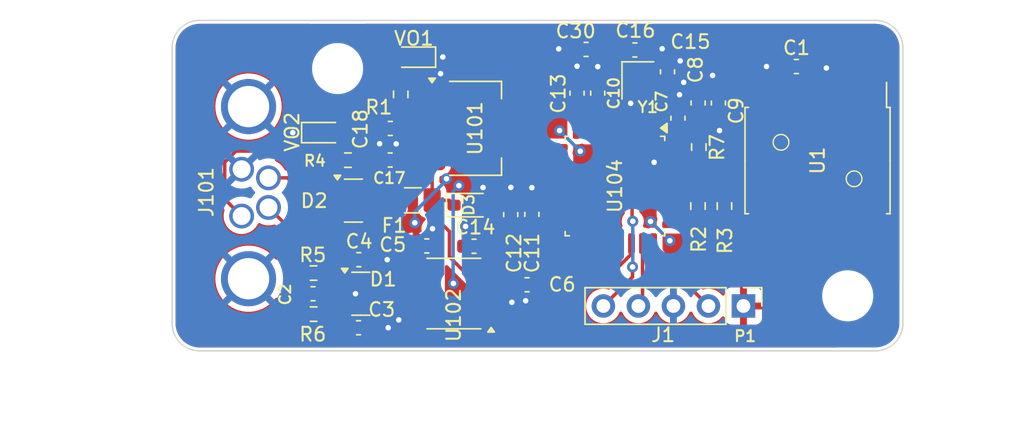
<source format=kicad_pcb>
(kicad_pcb
	(version 20240108)
	(generator "pcbnew")
	(generator_version "8.0")
	(general
		(thickness 1.6)
		(legacy_teardrops no)
	)
	(paper "A4")
	(layers
		(0 "F.Cu" signal)
		(31 "B.Cu" signal)
		(32 "B.Adhes" user "B.Adhesive")
		(33 "F.Adhes" user "F.Adhesive")
		(34 "B.Paste" user)
		(35 "F.Paste" user)
		(36 "B.SilkS" user "B.Silkscreen")
		(37 "F.SilkS" user "F.Silkscreen")
		(38 "B.Mask" user)
		(39 "F.Mask" user)
		(40 "Dwgs.User" user "User.Drawings")
		(41 "Cmts.User" user "User.Comments")
		(42 "Eco1.User" user "User.Eco1")
		(43 "Eco2.User" user "User.Eco2")
		(44 "Edge.Cuts" user)
		(45 "Margin" user)
		(46 "B.CrtYd" user "B.Courtyard")
		(47 "F.CrtYd" user "F.Courtyard")
		(48 "B.Fab" user)
		(49 "F.Fab" user)
		(50 "User.1" user)
		(51 "User.2" user)
		(52 "User.3" user)
		(53 "User.4" user)
		(54 "User.5" user)
		(55 "User.6" user)
		(56 "User.7" user)
		(57 "User.8" user)
		(58 "User.9" user)
	)
	(setup
		(stackup
			(layer "F.SilkS"
				(type "Top Silk Screen")
			)
			(layer "F.Paste"
				(type "Top Solder Paste")
			)
			(layer "F.Mask"
				(type "Top Solder Mask")
				(thickness 0.01)
			)
			(layer "F.Cu"
				(type "copper")
				(thickness 0.035)
			)
			(layer "dielectric 1"
				(type "core")
				(thickness 1.51)
				(material "FR4")
				(epsilon_r 4.5)
				(loss_tangent 0.02)
			)
			(layer "B.Cu"
				(type "copper")
				(thickness 0.035)
			)
			(layer "B.Mask"
				(type "Bottom Solder Mask")
				(thickness 0.01)
			)
			(layer "B.Paste"
				(type "Bottom Solder Paste")
			)
			(layer "B.SilkS"
				(type "Bottom Silk Screen")
			)
			(copper_finish "None")
			(dielectric_constraints no)
		)
		(pad_to_mask_clearance 0)
		(allow_soldermask_bridges_in_footprints no)
		(aux_axis_origin 100 80)
		(grid_origin 100 80)
		(pcbplotparams
			(layerselection 0x00010fc_ffffffff)
			(plot_on_all_layers_selection 0x0000000_00000000)
			(disableapertmacros no)
			(usegerberextensions no)
			(usegerberattributes yes)
			(usegerberadvancedattributes yes)
			(creategerberjobfile yes)
			(dashed_line_dash_ratio 12.000000)
			(dashed_line_gap_ratio 3.000000)
			(svgprecision 6)
			(plotframeref no)
			(viasonmask no)
			(mode 1)
			(useauxorigin no)
			(hpglpennumber 1)
			(hpglpenspeed 20)
			(hpglpendiameter 15.000000)
			(pdf_front_fp_property_popups yes)
			(pdf_back_fp_property_popups yes)
			(dxfpolygonmode yes)
			(dxfimperialunits yes)
			(dxfusepcbnewfont yes)
			(psnegative no)
			(psa4output no)
			(plotreference yes)
			(plotvalue yes)
			(plotfptext yes)
			(plotinvisibletext no)
			(sketchpadsonfab no)
			(subtractmaskfromsilk no)
			(outputformat 1)
			(mirror no)
			(drillshape 1)
			(scaleselection 1)
			(outputdirectory "")
		)
	)
	(net 0 "")
	(net 1 "+3V3")
	(net 2 "GND")
	(net 3 "Net-(C2-Pad2)")
	(net 4 "CAN_H")
	(net 5 "CAN_L")
	(net 6 "+5V")
	(net 7 "CAN_Rx")
	(net 8 "Net-(U104-PF0)")
	(net 9 "NRST")
	(net 10 "Net-(D2-K)")
	(net 11 "Net-(D2-A)")
	(net 12 "SWDIO")
	(net 13 "SWCLK")
	(net 14 "Net-(VO1-A)")
	(net 15 "Net-(U104-PF1)")
	(net 16 "I2C_SCL")
	(net 17 "I2C_SDA")
	(net 18 "unconnected-(U1-Pad9)")
	(net 19 "unconnected-(U1-Pad14)")
	(net 20 "unconnected-(U1-Pad2)")
	(net 21 "unconnected-(U1-Pad12)")
	(net 22 "unconnected-(U1-Pad8)")
	(net 23 "unconnected-(U1-Pad13)")
	(net 24 "unconnected-(U1-Pad6)")
	(net 25 "unconnected-(U1-Pad15)")
	(net 26 "unconnected-(U1-Pad16)")
	(net 27 "unconnected-(U1-Pad1)")
	(net 28 "unconnected-(U1-Pad7)")
	(net 29 "unconnected-(U1-Pad3)")
	(net 30 "CAN_Tx")
	(net 31 "unconnected-(U104-PA4-Pad10)")
	(net 32 "unconnected-(U104-PA2-Pad8)")
	(net 33 "unconnected-(U104-PA10-Pad20)")
	(net 34 "unconnected-(U104-PA7-Pad13)")
	(net 35 "Net-(U104-PB8)")
	(net 36 "unconnected-(U104-PA9-Pad19)")
	(net 37 "unconnected-(U104-PA6-Pad12)")
	(net 38 "unconnected-(U104-PA1-Pad7)")
	(net 39 "unconnected-(U104-PB0-Pad14)")
	(net 40 "unconnected-(U104-PA0-Pad6)")
	(net 41 "unconnected-(U104-PB5-Pad28)")
	(net 42 "unconnected-(U104-PA3-Pad9)")
	(net 43 "unconnected-(U104-PB4-Pad27)")
	(net 44 "unconnected-(U104-PA15-Pad25)")
	(net 45 "unconnected-(U104-PA5-Pad11)")
	(net 46 "unconnected-(U104-PB3-Pad26)")
	(net 47 "unconnected-(U104-PB1-Pad15)")
	(net 48 "unconnected-(U104-PA8-Pad18)")
	(net 49 "Net-(VO2-A)")
	(footprint "Crystal:Crystal_SMD_2016-4Pin_2.0x1.6mm" (layer "F.Cu") (at 133.7775 60.36 -90))
	(footprint "ASS_parts:SOT-23-BAT54FILM" (layer "F.Cu") (at 113.15 69.0875))
	(footprint "Resistor_SMD:R_0603_1608Metric" (layer "F.Cu") (at 138.14 69.48 90))
	(footprint "Capacitor_SMD:C_0603_1608Metric" (layer "F.Cu") (at 136.6875 63.1 90))
	(footprint "Capacitor_SMD:C_0603_1608Metric" (layer "F.Cu") (at 121.895 72.4 180))
	(footprint "Capacitor_SMD:C_0603_1608Metric" (layer "F.Cu") (at 139.62 62 90))
	(footprint "Capacitor_SMD:C_0603_1608Metric" (layer "F.Cu") (at 124.5575 70.105 90))
	(footprint "Capacitor_SMD:C_0603_1608Metric" (layer "F.Cu") (at 115.815 66.14 180))
	(footprint "Resistor_SMD:R_0603_1608Metric" (layer "F.Cu") (at 116.58 61.375 90))
	(footprint "LED_SMD:LED_0603_1608Metric_Pad1.05x0.95mm_HandSolder" (layer "F.Cu") (at 111.05 64.15))
	(footprint "Capacitor_SMD:C_0603_1608Metric" (layer "F.Cu") (at 125.7425 75.2))
	(footprint "Resistor_SMD:R_0603_1608Metric" (layer "F.Cu") (at 140.06 69.48 90))
	(footprint "Capacitor_SMD:C_0603_1608Metric" (layer "F.Cu") (at 113.5175 78.319052 180))
	(footprint "Capacitor_SMD:C_0603_1608Metric" (layer "F.Cu") (at 115.825 63.85 180))
	(footprint "Fuse:Fuse_1206_3216Metric" (layer "F.Cu") (at 117.46 69.0675))
	(footprint "Capacitor_SMD:C_0603_1608Metric" (layer "F.Cu") (at 129.3675 61.285 90))
	(footprint "Resistor_SMD:R_0603_1608Metric" (layer "F.Cu") (at 110.26 77.33 180))
	(footprint "MountingHole:MountingHole_3.2mm_M3_ISO7380" (layer "F.Cu") (at 112 59.5))
	(footprint "Capacitor_SMD:C_0603_1608Metric" (layer "F.Cu") (at 113.5375 73.379052))
	(footprint "Capacitor_SMD:C_0603_1608Metric" (layer "F.Cu") (at 130.02 58.11))
	(footprint "Capacitor_SMD:C_0603_1608Metric" (layer "F.Cu") (at 130.8675 61.285 90))
	(footprint "Diode_SMD:D_SOD-323" (layer "F.Cu") (at 121.5 69.42))
	(footprint "FaSTTUBe_connectors:M8_718_4pin_horizontal" (layer "F.Cu") (at 105.04 68.51 -90))
	(footprint "Package_SO:SOIC-8_3.9x4.9mm_P1.27mm" (layer "F.Cu") (at 120.4325 75.835948 180))
	(footprint "Capacitor_SMD:C_0603_1608Metric" (layer "F.Cu") (at 133.5625 58.15))
	(footprint "LED_SMD:LED_0603_1608Metric_Pad1.05x0.95mm_HandSolder" (layer "F.Cu") (at 117.45 58.67 180))
	(footprint "Resistor_SMD:R_0603_1608Metric" (layer "F.Cu") (at 110.2575 74.349052))
	(footprint "Capacitor_SMD:C_0603_1608Metric" (layer "F.Cu") (at 118.47 72.38))
	(footprint "Resistor_SMD:R_0603_1608Metric" (layer "F.Cu") (at 112.75 66.15 180))
	(footprint "ASS_parts:SOT-223_LDL1117S33R" (layer "F.Cu") (at 121.98 63.84))
	(footprint "ASS_parts:SM6000_SOIC-16" (layer "F.Cu") (at 146.81 66.18 -90))
	(footprint "Capacitor_SMD:C_0603_1608Metric" (layer "F.Cu") (at 135.9275 59.735 -90))
	(footprint "Capacitor_SMD:C_0603_1608Metric" (layer "F.Cu") (at 145.275 59.3525 180))
	(footprint "Package_TO_SOT_SMD:SOT-23" (layer "F.Cu") (at 113.6825 75.85))
	(footprint "Resistor_SMD:R_0603_1608Metric" (layer "F.Cu") (at 138.2 65.2 90))
	(footprint "Capacitor_SMD:C_0603_1608Metric" (layer "F.Cu") (at 126.09 70.085 90))
	(footprint "Capacitor_SMD:C_0603_1608Metric" (layer "F.Cu") (at 138.15 62 90))
	(footprint "Connector_PinHeader_2.54mm:PinHeader_1x05_P2.54mm_Vertical" (layer "F.Cu") (at 141.4375 76.74 -90))
	(footprint "Capacitor_SMD:C_0603_1608Metric" (layer "F.Cu") (at 110.22 75.85 180))
	(footprint "Package_QFP:LQFP-32_7x7mm_P0.8mm"
		(layer "F.Cu")
		(uuid "fbada3c8-a998-4125-ad17-f513c3594ff8")
		(at 132.1175 68.03 -90)
		(descr "LQFP, 32 Pin (https://www.nxp.com/docs/en/package-information/SOT358-1.pdf), generated with kicad-footprint-generator ipc_gullwing_generator.py")
		(tags "LQFP QFP")
		(property "Reference" "U104"
			(at 0 0 90)
			(layer "F.SilkS")
			(uuid "97c14cdf-a9e4-4673-bf47-56678f85ed03")
			(effects
				(font
					(size 1 1)
					(thickness 0.15)
				)
			)
		)
		(property "Value" "STM32F042K6T6"
			(at 0 5.88 90)
			(layer "F.Fab")
			(uuid "aeac8538-46d8-4f34-b18c-19a12280e05f")
			(effects
				(font
					(size 1 1)
					(thickness 0.15)
				)
			)
		)
		(property "Footprint" "Package_QFP:LQFP-32_7x7mm_P0.8mm"
			(at 0 0 90)
			(layer "F.Fab")
			(hide yes)
			(uuid "6aa1b52c-0807-43f6-93c5-10792dcec01e")
			(effects
				(font
					(size 1.27 1.27)
					(thickness 0.15)
				)
			)
		)
		(property "Datasheet" "http://www.st.com/st-web-ui/static/active/en/resource/technical/document/datasheet/DM00105814.pdf"
			(at 0 0 90)
			(layer "F.Fab")
			(hide yes)
			(uuid "f6506b5e-b6c5-4a5b-8ced-89b171d0400c")
			(effects
				(font
					(size 1.27 1.27)
					(thickness 0.15)
				)
			)
		)
		(property "Description" ""
			(at 0 0 90)
			(layer "F.Fab")
			(hide yes)
			(uuid "17fb11d7-70e2-402c-9d50-73cf1ccc381b")
			(effects
				(font
					(size 1.27 1.27)
					(thickness 0.15)
				)
			)
		)
		(property ki_fp_filters "LQFP*7x7mm*P0.8mm*")
		(path "/8cee74f1-4063-4176-8a00-9f2e4a72af2e")
		(sheetname "Root")
		(sheetfile "ASS.kicad_sch")
		(attr smd)
		(fp_line
			(start -3.61 3.61)
			(end -3.61 3.31)
			(stroke
				(width 0.12)
				(type solid)
			)
			(layer "F.SilkS")
			(uuid "0a6dc9fb-51bb-4640-b56a-eefce4ba015f")
		)
		(fp_line
			(start -3.31 3.61)
			(end -3.61 3.61)
			(stroke
				(width 0.12)
				(type solid)
			)
			(layer "F.SilkS")
			(uuid "10d5d06a-06f6-4bcf-946e-0bbbd4b70286")
		)
		(fp_line
			(start 3.31 3.61)
			(end 3.61 3.61)
			(stroke
				(width 0.12)
				(type solid)
			)
			(layer "F.SilkS")
			(uuid "97daa6f8-ab7d-43c1-8d2a-6d55e1fb7af9")
		)
		(fp_line
			(start 3.61 3.61)
			(end 3.61 3.31)
			(stroke
				(width 0.12)
				(type solid)
			)
			(layer "F.SilkS")
			(uuid "01f0aaf5-b4a1-402f-8a02-d2c762641dde")
		)
		(fp_line
			(start -3.61 -3.61)
			(end -3.61 -3.31)
			(stroke
				(width 0.12)
				(type solid)
			)
			(layer "F.SilkS")
			(uuid "f90e732c-30c0-44ea-9139-50391047ccae")
		)
		(fp_line
			(start -3.31 -3.61)
			(end -3.61 -3.61)
			(stroke
				(width 0.12)
				(type solid)
			)
			(layer "F.SilkS")
			(uuid "c7cf31a1-98e4-4303-bfe4-f5b05dd64dd7")
		)
		(fp_line
			(start 3.31 -3.61)
			(end 3.61 -3.61)
			(stroke
				(width 0.12)
				(type solid)
			)
			(layer "F.SilkS")
			(uuid "27673e7f-af8d-412d-bfef-a0381b881cec")
		)
		(fp_line
			(start 3.61 -3.61)
			(end 3.61 -3.31)
			(stroke
				(width 0.12)
				(type solid)
			)
			(layer "F.SilkS")
			(uuid "1bf853df-1615-4b04-9b3f-c1a89d019dd2")
		)
		(fp_poly
			(pts
				(xy -4.2125 -3.31) (xy -4.5525 -3.78) (xy -3.8725 -3.78) (xy -4.2125 -3.31)
			)
			(stroke
				(width 0.12)
				(type solid)
			)
			(fill solid)
			(layer "F.SilkS")
			(uuid "ed3d384d-7a61-49ca-aeee-c7c3e324c797")
		)
		(fp_line
			(start -3.3 5.18)
			(end -3.3 3.75)
			(stroke
				(width 0.05)
				(type solid)
			)
			(layer "F.CrtYd")
			(uuid "14d62f9e-6632-4e1e-befb-22d15de2bbe3")
		)
		(fp_line
			(start 0 5.18)
			(end -3.3 5.18)
			(stroke
				(width 0.05)
				(type solid)
			)
			(layer "F.CrtYd")
			(uuid "258a10b1-64a1-4e91-8c44-fe0dc31a283e")
		)
		(fp_line
			(start 0 5.18)
			(end 3.3 5.18)
			(stroke
				(width 0.05)
				(type solid)
			)
			(layer "F.CrtYd")
			(uuid "a26e22bb-74d2-41de-b63e-9c1c39ef2df8")
		)
		(fp_line
			(start 3.3 5.18)
			(end 3.3 3.75)
			(stroke
				(width 0.05)
				(type solid)
			)
			(layer "F.CrtYd")
			(uuid "426c5ace-9fd8-4835-aff5-ce6f93945a0b")
		)
		(fp_line
			(start -3.75 3.75)
			(end -3.75 3.3)
			(stroke
				(width 0.05)
				(type solid)
			)
			(layer "F.CrtYd")
			(uuid "af28ad24-fa22-4efc-8029-0fba6659ba86")
		)
		(fp_line
			(start -3.3 3.75)
			(end -3.75 3.75)
			(stroke
				(width 0.05)
				(type solid)
			)
			(layer "F.CrtYd")
			(uuid "b4adf2b6-415c-435c-b97c-bed5fa8d243e")
		)
		(fp_line
			(start 3.3 3.75)
			(end 3.75 3.75)
			(stroke
				(width 0.05)
				(type solid)
			)
			(layer "F.CrtYd")
			(uuid "3430469b-8c6d-4d85-a0eb-ab06009f98f1")
		)
		(fp_line
			(start 3.75 3.75)
			(end 3.75 3.3)
			(stroke
				(width 0.05)
				(type solid)
			)
			(layer "F.CrtYd")
			(uuid "3829b76f-5044-4792-a070-3a13b5e301fb")
		)
		(fp_line
			(start -5.18 3.3)
			(end -5.18 0)
			(stroke
				(width 0.05)
				(type solid)
			)
			(layer "F.CrtYd")
			(uuid "125dc762-b5ff-470e-ba1d-11b2f2bfcf7a")
		)
		(fp_line
			(start -3.75 3.3)
			(end -5.18 3.3)
			(stroke
				(width 0.05)
				(type solid)
			)
			(layer "F.CrtYd")
			(uuid "1c747d79-89a7-460f-a70f-af83c0a1fd2e")
		)
		(fp_line
			(start 3.75 3.3)
			(end 5.18 3.3)
			(stroke
				(width 0.05)
				(type solid)
			)
			(layer "F.CrtYd")
			(uuid "0f29e282-abe8-4f50-9512-72548009858b")
		)
		(fp_line
			(start 5.18 3.3)
			(end 5.18 0)
			(stroke
				(width 0.05)
				(type solid)
			)
			(layer "F.CrtYd")
			(uuid "0130fb95-3759-4447-843c-3224a03411f1")
		)
		(fp_line
			(start -5.18 -3.3)
			(end -5.18 0)
			(stroke
				(width 0.05)
				(type solid)
			)
			(layer "F.CrtYd")
			(uuid "9c706cf1-7622-49f2-ac11-2d2be4df19ff")
		)
		(fp_line
			(start -3.75 -3.3)
			(end -5.18 -3.3)
			(stroke
				(width 0.05)
				(type solid)
			)
			(layer "F.CrtYd")
			(uuid "81a476c4-e52e-48a6-822f-ca9c7de9514b")
		)
		(fp_line
			(start 3.75 -3.3)
			(end 5.18 -3.3)
			(stroke
				(width 0.05)
				(type solid)
			)
			(layer "F.CrtYd")
			(uuid "530513c8-459d-45fd-bac1-3463a69baf8a")
		)
		(fp_line
			(start 5.18 -3.3)
			(end 5.18 0)
			(stroke
				(width 0.05)
				(type solid)
			)
			(layer "F.CrtYd")
			(uuid "1f499c69-ddf5-4037-b501-c67827293dc6")
		)
		(fp_line
			(start -3.75 -3.75)
			(end -3.75 -3.3)
			(stroke
				(width 0.05)
				(type solid)
			)
			(layer "F.CrtYd")
			(uuid "92bfb2db-a037-4412-9baf-6509f5610b98")
		)
		(fp_line
			(start -3.3 -3.75)
			(end -3.75 -3.75)
			(stroke
				(width 0.05)
				(type solid)
			)
			(layer "F.CrtYd")
			(uuid "6354bb3a-ff7c-49c4-9a08-d7f047b4c4ae")
		)
		(fp_line
			(start 3.3 -3.75)
			(end 3.75 -3.75)
			(stroke
				(width 0.05)
				(type solid)
			)
			(layer "F.CrtYd")
			(uuid "94974a76-34a2-4112-8fa9-616f2454e2fd")
		)
		(fp_line
			(start 3.75 -3.75)
			(end 3.75 -3.3)
			(stroke
				(width 0.05)
				(type solid)
			)
			(layer "F.CrtYd")
			(uuid "65a69cc1-efff-48ff-85cb-ca958151096b")
		)
		(fp_line
			(start -3.3 -5.18)
			(end -3.3 -3.75)
			(stroke
				(width 0.05)
				(type solid)
			)
			(layer "F.CrtYd")
			(uuid "e83843e3-d24c-4544-acc9-64e361eb2809")
		)
		(fp_line
			(start 0 -5.18)
			(end -3.3 -5.18)
			(stroke
				(width 0.05)
				(type solid)
			)
			(layer "F.CrtYd")
			(uuid "2b3cd8c8-76bf-46e8-aae4-77d570359d17")
		)
		(fp_line
			(start 0 -5.18)
			(end 3.3 -5.18)
			(stroke
				(width 0.05)
				(type solid)
			)
			(layer "F.CrtYd")
			(uuid "e1238725-774c-4349-a77c-ee50b9185967")
		)
		(fp_line
			(start 3.3 -5.18)
			(end 3.3 -3.75)
			(stroke
				(width 0.05)
				(type solid)
			)
			(layer "F.CrtYd")
			(uuid "e71bcb48-8b46-4156-8347-8e1700b54bb3")
		)
		(fp_line
			(start -3.5 3.5)
			(end -3.5 -2.5)
			(stroke
				(width 0.1)
				(type solid)
			)
			(layer "F.Fab")
			(uuid "e8f113fe-851f-40be-8d84-841bb81a768c")
		)
		(fp_line
			(start 3.5 3.5)
			(end -3.5 3.5)
			(stroke
				(width 0.1)
				(type solid)
			)
			(layer "F.Fab")
			(uuid "fae9d6ff-912e-476b-9786-4076de00ba06")
		)
		(fp_line
			(start -3.5 -2.5)
			(end -2.5 -3.5)
			(stroke
				(width 0.1)
				(type solid)
			)
			(layer "F.Fab")
			(uuid "398e47d5-6e09-4dd1-94d6-4d0355681418")
		)
		(fp_line
			(start -2.5 -3.5)
			(end 3.5 -3.5)
			(stroke
				(width 0.1)
				(type solid)
			)
			(layer "F.Fab")
			(uuid "46c8f19c-b084-4002-8d71-cce83b9d95e8")
		)
		(fp_line
			(start 3.5 -3.5)
			(end 3.5 3.5)
			(stroke
				(width 0.1)
				(type solid)
			)
			(layer "F.Fab")
			(uuid "d08ee1d5-8128-4718-be88-1c9a4d82cebd")
		)
		(fp_text user "${REFERENCE}"
			(at 0 0 90)
			(layer "F.Fab")
			(uuid "f16d97ed-5670-4ecd-ad6d-29850135a5ed")
			(effects
				(font
					(size 1 1)
					(thickness 0.15)
				)
			)
		)
		(pad "1" smd roundrect
			(at -4.175 -2.8 270)
			(size 1.5 0.5)
			(layers "F.Cu" "F.Paste" "F.Mask")
			(roundrect_rratio 0.25)
			(net 1 "+3V3")
			(pinfunction "VDD")
			(pintype "power_in")
			(uuid "b4a94659-288b-44d8-8b88-84cbeca5a21d")
		)
		(pad "2" smd roundrect
			(at -4.175 -2 270)
			(size 1.5 0.5)
			(layers "F.Cu" "F.Paste" "F.Mask")
			(roundrect_rratio 0.25)
			(net 8 "Net-(U104-PF0)")
			(pinfunction "PF0")
			(pintype "input")
			(uuid "657551aa-9d90-47c3-8da8-3351cee89b76")
		)
		(pad "3" smd roundrect
			(at -4.175 -1.2 270)
			(size 1.5 0.5)
			(layers "F.Cu" "F.Paste" "F.Mask")
			(roundrect_rratio 0.25)
			(net 15 "Net-(U104-PF1)")
			(pinfunction "PF1")
			(pintype "input")
			(uuid "8c4a4b59-ec5a-4555-8eec-c87bb599683a")
		)
		(pad "4" smd roundrect
			(at -4.175 -0.4 270)
			(size 1.5 0.5)
			(layers "F.Cu" "F.Paste" "F.Mask")
			(roundrect_rratio 0.25)
			(net 9 "NRST")
			(pinfunction "NRST")
			(pintype "input")
			(uuid "af9c9876-47a1-48da-a0c8-2f3fd8439538")
		)
		(pad "5" smd roundrect
			(at -4.175 0.4 270)
			(size 1.5 0.5)
			(layers "F.Cu" "F.Paste" "F.Mask")
			(roundrect_rratio 0.25)
			(net 1 "+3V3")
			(pinfunction "VDDA")
			(pintype "power_in")
			(uuid "795f4f60-da26-4c18-9f1d-52133df15e11")
		)
		(pad "6" smd roundrect
			(at -4.175 1.2 270)
			(size 1.5 0.5)
			(layers "F.Cu" "F.Paste" "F.Mask")
			(roundrect_rratio 0.25)
			(net 40 "unconnected-(U104-PA0-Pad6)")
			(pinfunction "PA0")
			(pintype "bidirectional+no_connect")
			(uuid "936a3888-c18b-43d0-92bd-d28515cbe0aa")
		)
		(pad "7" smd roundrect
			(at -4.175 2 270)
			(size 1.5 0.5)
			(layers "F.Cu" "F.Paste" "F.Mask")
			(roundrect_rratio 0.25)
			(net 38 "unconnected-(U104-PA1-Pad7)")
			(pinfunction "PA1")
			(pintype "bidirectional+no_connect")
			(uuid "6059904e-713c-4492-83d6-354da91b6819")
		)
		(pad "8" smd roundrect
			(at -4.175 2.8 270)
			(size 1.5 0.5)
			(layers "F.Cu" "F.Paste" "F.Mask")
			(roundrect_rratio 0.25)
			(net 32 "unconnected-(U104-PA2-Pad8)")
			(pinfunction "PA2")
			(pintype "bidirectional+no_connect")
			(uuid "1d48c6dd-f0a4-4f94-b530-dccec7087b73")
		)
		(pad "9" smd roundrect
			(at -2.8 4.175 270)
			(size 0.5 1.5)
			(layers "F.Cu" "F.Paste" "F.Mask")
			(roundrect_rratio 0.25)
			(net 42 "unconnected-(U104-PA3-Pad9)")
			(pinfunction "PA3")
			(pintype "bidirectional+no_connect")
			(uuid "b833f3de-8cb6-48d5-bf58-fa635933864d")
		)
		(pad "10" smd roundrect
			(at -2 4.175 270)
			(size 0.5 1.5)
			(layers "F.Cu" "F.Paste" "F.Mask")
			(roundrect_rratio 0.25)
			(net 31 "unconnected-(U104-PA4-Pad10)")
			(pinfunction "PA4")
			(pintype "bidirectional+no_connect")
			(uuid "18fbfa85-9680-404c-8ef3-f8553ae76460")
		)
		(pad "11" smd roundrect
			(at -1.2 4.175 270)
			(size 0.5 1.5)
			(layers "F.Cu" "F.Paste" "F.Mask")
			(roundrect_rratio 0.25)
			(net 45 "unconnected-(U104-PA5-Pad11)")
			(pinfunction "PA5")
			(pintype "bidirectional+no_connect")
			(uuid "d27ca29a-bfa9-4cfa-a8aa-10b1c6c6491f")
		)
		(pad "12" smd roundrect
			(at -0.4 4.175 270)
			(size 0.5 1.5)
			(layers "F.Cu" "F.Paste" "F.Mask")
			(roundrect_rratio 0.25)
			(net 37 "unconnected-(U104-PA6-Pad12)")
			(pinfunction "PA6")
			(pintype "bidirectional+no_connect")
			(uuid "3583fc9e-e2aa-4bcf-800f-e071ac462b6e")
		)
		(pad "13" smd roundrect
			(at 0.4 4.175 270)
			(size 0.5 1.5)
			(layers "F.Cu" "F.Paste" "F.Mask")
			(roundrect_rratio 0.25)
			(net 34 "unconnected-(U104-PA7-Pad13)")
			(pinfunction "PA7")
			(pintype "bidirectional+no_connect")
			(uuid "287d36cb-8b05-4116-a81d-651578a5dafd")
		)
		(pad "14" smd roundrect
			(at 1.2 4.175 270)
			(size 0.5 1.5)
			(layers "F.Cu" "F.Paste" "F.Mask")
			(roundrect_rratio 0.25)
			(net 39 "unconnected-(U104-PB0-Pad14)")
			(pinfunction "PB0")
			(pintype "bidirectional+no_connect")
			(uuid "642c6adf-e48e-47cf-8ed0-a5db7904b6cc")
		)
		(pad "15" smd roundrect
			(at 2 4.175 270)
			(size 0.5 1.5)
			(layers "F.Cu" "F.Paste" "F.Mask")
			(roundrect_rratio 0.25)
			(net 47 "unconnected-(U104-PB1-Pad15)")
			(pinfunction "PB1")
			(pintype "bidirectional+no_connect")
			(uuid "f68155ac-cd93-40d7-97a7-d59a8dafffa7")
		)
		(pad "16" smd roundrect
			(at 2.8 4.175 270)
			(size 0.5 1.5)
			(layers "F.Cu" "F.Paste" "F.Mask")
			(roundrect_rratio 0.25)
			(net 2 "GND")
			(pinfunction "VSS")
			(pintype "power_in")
			(uuid "41b5ccf0-4c59-4152-abb7-befd33e8c051")
		)
		(pad "17" smd roundrect
			(at 4.175 2.8 270)
			(size 1.5 0.5)
			(layers "F.Cu" "F.Paste" "F.Mask")
			(roundrect_rratio 0.25)
			(net 1 "+3V3")
			(pinfunction "VDDIO2")
			(pintype "power_in")
			(uuid "cadd5c3b-4220-4cda-8624-7ccc5e52a6aa")
		)
		(pad "18" smd roundrect
			(at 4.175 2 270)
			(size 1.5 0.5)
			(layers "F.Cu" "F.Paste" "F.Mask")
			(roundrect_rratio 0.25)
			(net 48 "unconnected-(U104-PA8-Pad18)")
			(pinfunction "PA8")
			(pintype "bidirectional+no_connect")
			(uuid "e08227cb-dd42-41cb-be95-5f00223b9f4d")
		)
		(pad "19" smd roundrect
			(at 4.175 1.2 270)
			(size 1.5 0.5)
			(layers "F.Cu" "F.Paste" "F.Mask")
			(roundrect_rratio 0.25)
			(net 36 "unconnected-(U104-PA9-Pad19)")
			(p
... [181981 chars truncated]
</source>
